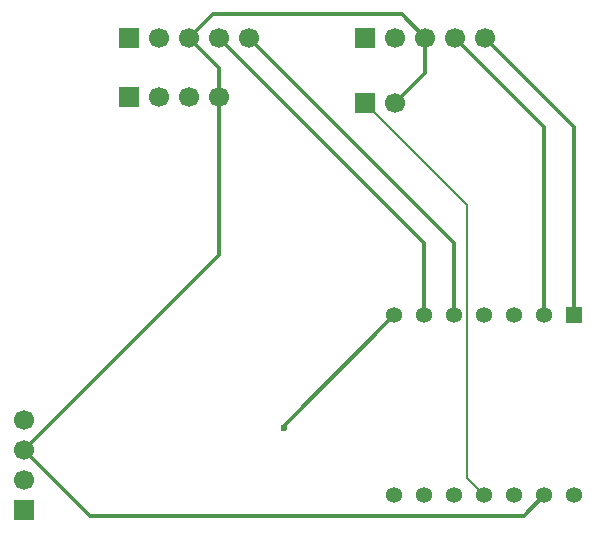
<source format=gbr>
%TF.GenerationSoftware,KiCad,Pcbnew,9.0.5*%
%TF.CreationDate,2025-10-11T13:35:54-04:00*%
%TF.ProjectId,EGR 101,45475220-3130-4312-9e6b-696361645f70,rev?*%
%TF.SameCoordinates,Original*%
%TF.FileFunction,Copper,L2,Bot*%
%TF.FilePolarity,Positive*%
%FSLAX46Y46*%
G04 Gerber Fmt 4.6, Leading zero omitted, Abs format (unit mm)*
G04 Created by KiCad (PCBNEW 9.0.5) date 2025-10-11 13:35:54*
%MOMM*%
%LPD*%
G01*
G04 APERTURE LIST*
%TA.AperFunction,ComponentPad*%
%ADD10R,1.358000X1.358000*%
%TD*%
%TA.AperFunction,ComponentPad*%
%ADD11C,1.358000*%
%TD*%
%TA.AperFunction,ComponentPad*%
%ADD12C,1.700000*%
%TD*%
%TA.AperFunction,ComponentPad*%
%ADD13R,1.700000X1.700000*%
%TD*%
%TA.AperFunction,ViaPad*%
%ADD14C,0.600000*%
%TD*%
%TA.AperFunction,Conductor*%
%ADD15C,0.200000*%
%TD*%
%TA.AperFunction,Conductor*%
%ADD16C,0.350000*%
%TD*%
G04 APERTURE END LIST*
D10*
%TO.P,U3,1,D0*%
%TO.N,Net-(J3-Pin_5)*%
X203080000Y-80000000D03*
D11*
%TO.P,U3,2,D1*%
%TO.N,Net-(J3-Pin_4)*%
X200540000Y-80000000D03*
%TO.P,U3,3,D2*%
%TO.N,unconnected-(U3-D2-Pad3)*%
X198000000Y-80000000D03*
%TO.P,U3,7,TX_D6*%
%TO.N,Net-(U1-DI)*%
X187840000Y-80000000D03*
%TO.P,U3,6,D5*%
%TO.N,Net-(J2-Pin_4)*%
X190380000Y-80000000D03*
%TO.P,U3,5,D4*%
%TO.N,Net-(J2-Pin_5)*%
X192920000Y-80000000D03*
%TO.P,U3,4,D3*%
%TO.N,unconnected-(U3-D3-Pad4)*%
X195460000Y-80000000D03*
%TO.P,U3,14,VUSB*%
%TO.N,unconnected-(U3-VUSB-Pad14)*%
X203080000Y-95240000D03*
%TO.P,U3,13,GND*%
%TO.N,Net-(J1-Pin_3)*%
X200540000Y-95240000D03*
%TO.P,U3,12,VCC_3V3*%
%TO.N,Net-(J2-Pin_1)*%
X198000000Y-95240000D03*
%TO.P,U3,8,RX_D7*%
%TO.N,unconnected-(U3-RX_D7-Pad8)*%
X187840000Y-95240000D03*
%TO.P,U3,9,D8*%
%TO.N,Net-(J4-Pin_2)*%
X190380000Y-95240000D03*
%TO.P,U3,10,D9*%
%TO.N,Net-(J4-Pin_3)*%
X192920000Y-95240000D03*
%TO.P,U3,11,D10*%
%TO.N,Net-(J5-Pin_1)*%
X195460000Y-95240000D03*
%TD*%
D12*
%TO.P,J3,5,Pin_5*%
%TO.N,Net-(J3-Pin_5)*%
X195540000Y-56500000D03*
%TO.P,J3,4,Pin_4*%
%TO.N,Net-(J3-Pin_4)*%
X193000000Y-56500000D03*
%TO.P,J3,3,Pin_3*%
%TO.N,Net-(J1-Pin_3)*%
X190460000Y-56500000D03*
%TO.P,J3,2,Pin_2*%
%TO.N,unconnected-(J3-Pin_2-Pad2)*%
X187920000Y-56500000D03*
D13*
%TO.P,J3,1,Pin_1*%
%TO.N,Net-(J2-Pin_1)*%
X185380000Y-56500000D03*
%TD*%
%TO.P,J5,1,Pin_1*%
%TO.N,Net-(J5-Pin_1)*%
X185380000Y-62000000D03*
D12*
%TO.P,J5,2,Pin_2*%
%TO.N,Net-(J1-Pin_3)*%
X187920000Y-62000000D03*
%TD*%
D13*
%TO.P,J4,1,Pin_1*%
%TO.N,Net-(J2-Pin_1)*%
X165380000Y-61500000D03*
D12*
%TO.P,J4,2,Pin_2*%
%TO.N,Net-(J4-Pin_2)*%
X167920000Y-61500000D03*
%TO.P,J4,3,Pin_3*%
%TO.N,Net-(J4-Pin_3)*%
X170460000Y-61500000D03*
%TO.P,J4,4,Pin_4*%
%TO.N,Net-(J1-Pin_3)*%
X173000000Y-61500000D03*
%TD*%
D13*
%TO.P,J2,1,Pin_1*%
%TO.N,Net-(J2-Pin_1)*%
X165380000Y-56500000D03*
D12*
%TO.P,J2,2,Pin_2*%
%TO.N,unconnected-(J2-Pin_2-Pad2)*%
X167920000Y-56500000D03*
%TO.P,J2,3,Pin_3*%
%TO.N,Net-(J1-Pin_3)*%
X170460000Y-56500000D03*
%TO.P,J2,4,Pin_4*%
%TO.N,Net-(J2-Pin_4)*%
X173000000Y-56500000D03*
%TO.P,J2,5,Pin_5*%
%TO.N,Net-(J2-Pin_5)*%
X175540000Y-56500000D03*
%TD*%
D13*
%TO.P,J1,1,Pin_1*%
%TO.N,Net-(J1-Pin_1)*%
X156500000Y-96500000D03*
D12*
%TO.P,J1,2,Pin_2*%
%TO.N,Net-(J1-Pin_2)*%
X156500000Y-93960000D03*
%TO.P,J1,3,Pin_3*%
%TO.N,Net-(J1-Pin_3)*%
X156500000Y-91420000D03*
%TO.P,J1,4,Pin_4*%
%TO.N,Net-(J1-Pin_4)*%
X156500000Y-88880000D03*
%TD*%
D14*
%TO.N,Net-(U1-DI)*%
X178500000Y-89500000D03*
%TD*%
D15*
%TO.N,Net-(J5-Pin_1)*%
X194000000Y-93780000D02*
X195460000Y-95240000D01*
D16*
%TO.N,Net-(J3-Pin_5)*%
X195540000Y-56500000D02*
X203080000Y-64040000D01*
X203080000Y-64040000D02*
X203080000Y-80000000D01*
%TO.N,Net-(J3-Pin_4)*%
X193000000Y-56500000D02*
X200540000Y-64040000D01*
X200540000Y-64040000D02*
X200540000Y-80000000D01*
%TO.N,Net-(J2-Pin_5)*%
X175540000Y-56500000D02*
X192920000Y-73880000D01*
X192920000Y-73880000D02*
X192920000Y-80000000D01*
%TO.N,Net-(U1-DI)*%
X178500000Y-89340000D02*
X178500000Y-89500000D01*
X187840000Y-80000000D02*
X178500000Y-89340000D01*
%TO.N,Net-(J1-Pin_3)*%
X190460000Y-56500000D02*
X188460000Y-54500000D01*
X188460000Y-54500000D02*
X172460000Y-54500000D01*
X172460000Y-54500000D02*
X170460000Y-56500000D01*
X200540000Y-95240000D02*
X198780000Y-97000000D01*
X198780000Y-97000000D02*
X162080000Y-97000000D01*
X162080000Y-97000000D02*
X156500000Y-91420000D01*
X173000000Y-61500000D02*
X173000000Y-74920000D01*
X173000000Y-74920000D02*
X156500000Y-91420000D01*
X170460000Y-56500000D02*
X173000000Y-59040000D01*
X173000000Y-59040000D02*
X173000000Y-61500000D01*
X187920000Y-62000000D02*
X190460000Y-59460000D01*
X190460000Y-59460000D02*
X190460000Y-56500000D01*
D15*
%TO.N,Net-(J5-Pin_1)*%
X194000000Y-70620000D02*
X194000000Y-93780000D01*
X185380000Y-62000000D02*
X194000000Y-70620000D01*
D16*
%TO.N,Net-(J2-Pin_4)*%
X173000000Y-56500000D02*
X190380000Y-73880000D01*
X190380000Y-73880000D02*
X190380000Y-80000000D01*
%TD*%
M02*

</source>
